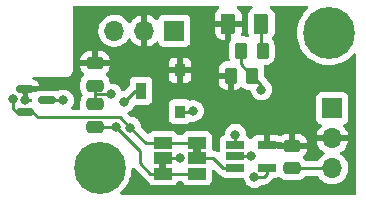
<source format=gbr>
%TF.GenerationSoftware,KiCad,Pcbnew,(6.0.8-1)-1*%
%TF.CreationDate,2022-12-20T12:21:06-06:00*%
%TF.ProjectId,HallEffectSensor,48616c6c-4566-4666-9563-7453656e736f,rev?*%
%TF.SameCoordinates,Original*%
%TF.FileFunction,Copper,L1,Top*%
%TF.FilePolarity,Positive*%
%FSLAX46Y46*%
G04 Gerber Fmt 4.6, Leading zero omitted, Abs format (unit mm)*
G04 Created by KiCad (PCBNEW (6.0.8-1)-1) date 2022-12-20 12:21:06*
%MOMM*%
%LPD*%
G01*
G04 APERTURE LIST*
G04 Aperture macros list*
%AMRoundRect*
0 Rectangle with rounded corners*
0 $1 Rounding radius*
0 $2 $3 $4 $5 $6 $7 $8 $9 X,Y pos of 4 corners*
0 Add a 4 corners polygon primitive as box body*
4,1,4,$2,$3,$4,$5,$6,$7,$8,$9,$2,$3,0*
0 Add four circle primitives for the rounded corners*
1,1,$1+$1,$2,$3*
1,1,$1+$1,$4,$5*
1,1,$1+$1,$6,$7*
1,1,$1+$1,$8,$9*
0 Add four rect primitives between the rounded corners*
20,1,$1+$1,$2,$3,$4,$5,0*
20,1,$1+$1,$4,$5,$6,$7,0*
20,1,$1+$1,$6,$7,$8,$9,0*
20,1,$1+$1,$8,$9,$2,$3,0*%
G04 Aperture macros list end*
%TA.AperFunction,SMDPad,CuDef*%
%ADD10RoundRect,0.250000X-0.475000X0.250000X-0.475000X-0.250000X0.475000X-0.250000X0.475000X0.250000X0*%
%TD*%
%TA.AperFunction,SMDPad,CuDef*%
%ADD11RoundRect,0.250000X0.375000X0.625000X-0.375000X0.625000X-0.375000X-0.625000X0.375000X-0.625000X0*%
%TD*%
%TA.AperFunction,SMDPad,CuDef*%
%ADD12R,1.500000X1.000000*%
%TD*%
%TA.AperFunction,SMDPad,CuDef*%
%ADD13RoundRect,0.250000X-0.262500X-0.450000X0.262500X-0.450000X0.262500X0.450000X-0.262500X0.450000X0*%
%TD*%
%TA.AperFunction,SMDPad,CuDef*%
%ADD14RoundRect,0.250000X0.262500X0.450000X-0.262500X0.450000X-0.262500X-0.450000X0.262500X-0.450000X0*%
%TD*%
%TA.AperFunction,SMDPad,CuDef*%
%ADD15R,0.900000X1.100000*%
%TD*%
%TA.AperFunction,SMDPad,CuDef*%
%ADD16R,0.900000X1.400000*%
%TD*%
%TA.AperFunction,SMDPad,CuDef*%
%ADD17R,1.560000X0.650000*%
%TD*%
%TA.AperFunction,ComponentPad*%
%ADD18R,1.700000X1.700000*%
%TD*%
%TA.AperFunction,ComponentPad*%
%ADD19O,1.700000X1.700000*%
%TD*%
%TA.AperFunction,SMDPad,CuDef*%
%ADD20RoundRect,0.250000X0.475000X-0.250000X0.475000X0.250000X-0.475000X0.250000X-0.475000X-0.250000X0*%
%TD*%
%TA.AperFunction,ComponentPad*%
%ADD21C,4.400000*%
%TD*%
%TA.AperFunction,SMDPad,CuDef*%
%ADD22RoundRect,0.150000X-0.587500X-0.150000X0.587500X-0.150000X0.587500X0.150000X-0.587500X0.150000X0*%
%TD*%
%TA.AperFunction,ViaPad*%
%ADD23C,0.800000*%
%TD*%
%TA.AperFunction,Conductor*%
%ADD24C,0.250000*%
%TD*%
G04 APERTURE END LIST*
%TO.C,JP1*%
G36*
X147042500Y-98900000D02*
G01*
X146442500Y-98900000D01*
X146442500Y-98400000D01*
X147042500Y-98400000D01*
X147042500Y-98900000D01*
G37*
%TO.C,JP2*%
G36*
X144142500Y-100200000D02*
G01*
X143542500Y-100200000D01*
X143542500Y-99700000D01*
X144142500Y-99700000D01*
X144142500Y-100200000D01*
G37*
%TD*%
D10*
%TO.P,C3,1*%
%TO.N,+3V3*%
X154800000Y-98250000D03*
%TO.P,C3,2*%
%TO.N,GND*%
X154800000Y-100150000D03*
%TD*%
D11*
%TO.P,D1,1,K*%
%TO.N,Net-(D1-Pad1)*%
X152187500Y-87900000D03*
%TO.P,D1,2,A*%
%TO.N,+3V3*%
X149387500Y-87900000D03*
%TD*%
D12*
%TO.P,JP1,1,A*%
%TO.N,Net-(J2-Pad1)*%
X146742500Y-98000000D03*
%TO.P,JP1,2,C*%
%TO.N,Net-(JP1-Pad2)*%
X146742500Y-99300000D03*
%TO.P,JP1,3,B*%
%TO.N,Net-(C2-Pad1)*%
X146742500Y-100600000D03*
%TD*%
D13*
%TO.P,R2,1*%
%TO.N,+3V3*%
X149587500Y-92300000D03*
%TO.P,R2,2*%
%TO.N,Net-(J1-Pad1)*%
X151412500Y-92300000D03*
%TD*%
D14*
%TO.P,R1,1*%
%TO.N,Net-(D1-Pad1)*%
X152287500Y-90200000D03*
%TO.P,R1,2*%
%TO.N,Net-(J1-Pad1)*%
X150462500Y-90200000D03*
%TD*%
D10*
%TO.P,C1,1*%
%TO.N,+3V3*%
X138100000Y-91250000D03*
%TO.P,C1,2*%
%TO.N,GND*%
X138100000Y-93150000D03*
%TD*%
D15*
%TO.P,RV1,1,1*%
%TO.N,+3V3*%
X145300000Y-91850000D03*
D16*
%TO.P,RV1,2,2*%
%TO.N,Net-(C2-Pad1)*%
X142000000Y-93600000D03*
D15*
%TO.P,RV1,3,3*%
%TO.N,GND*%
X145300000Y-95350000D03*
%TD*%
D17*
%TO.P,U2,1*%
%TO.N,Net-(J1-Pad1)*%
X149950000Y-98200000D03*
%TO.P,U2,2,V-*%
%TO.N,GND*%
X149950000Y-99150000D03*
%TO.P,U2,3,+*%
%TO.N,Net-(JP1-Pad2)*%
X149950000Y-100100000D03*
%TO.P,U2,4,-*%
%TO.N,Net-(JP2-Pad2)*%
X152650000Y-100100000D03*
%TO.P,U2,5,V+*%
%TO.N,+3V3*%
X152650000Y-98200000D03*
%TD*%
D18*
%TO.P,J1,1,Pin_1*%
%TO.N,Net-(J1-Pad1)*%
X158200000Y-95075000D03*
D19*
%TO.P,J1,2,Pin_2*%
%TO.N,+3V3*%
X158200000Y-97615000D03*
%TO.P,J1,3,Pin_3*%
%TO.N,GND*%
X158200000Y-100155000D03*
%TD*%
D20*
%TO.P,C2,1*%
%TO.N,Net-(C2-Pad1)*%
X138100000Y-96650000D03*
%TO.P,C2,2*%
%TO.N,GND*%
X138100000Y-94750000D03*
%TD*%
D21*
%TO.P,H1,1,1*%
%TO.N,unconnected-(H1-Pad1)*%
X157900000Y-88700000D03*
%TD*%
D22*
%TO.P,U1,1,VCC*%
%TO.N,+3V3*%
X132162500Y-93450000D03*
%TO.P,U1,2,OUTPUT*%
%TO.N,Net-(J2-Pad1)*%
X132162500Y-95350000D03*
%TO.P,U1,3,GND*%
%TO.N,GND*%
X134037500Y-94400000D03*
%TD*%
D12*
%TO.P,JP2,1,A*%
%TO.N,Net-(C2-Pad1)*%
X143842500Y-100600000D03*
%TO.P,JP2,2,C*%
%TO.N,Net-(JP2-Pad2)*%
X143842500Y-99300000D03*
%TO.P,JP2,3,B*%
%TO.N,Net-(J2-Pad1)*%
X143842500Y-98000000D03*
%TD*%
D18*
%TO.P,J2,1,Pin_1*%
%TO.N,Net-(J2-Pad1)*%
X144825000Y-88500000D03*
D19*
%TO.P,J2,2,Pin_2*%
%TO.N,+3V3*%
X142285000Y-88500000D03*
%TO.P,J2,3,Pin_3*%
%TO.N,GND*%
X139745000Y-88500000D03*
%TD*%
D21*
%TO.P,H2,1,1*%
%TO.N,unconnected-(H2-Pad1)*%
X138500000Y-100100000D03*
%TD*%
D23*
%TO.N,+3V3*%
X132200000Y-94400000D03*
%TO.N,GND*%
X146400000Y-95300000D03*
X151300000Y-99100000D03*
X135400000Y-94400000D03*
X139500000Y-93900000D03*
%TO.N,Net-(C2-Pad1)*%
X139850000Y-96650000D03*
X140600000Y-94500000D03*
%TO.N,Net-(J1-Pad1)*%
X152200000Y-93500000D03*
X150000000Y-97300000D03*
%TO.N,Net-(J2-Pad1)*%
X141100000Y-96700000D03*
X131200000Y-94300000D03*
%TO.N,Net-(JP2-Pad2)*%
X145300000Y-99300000D03*
X151600000Y-100900000D03*
%TD*%
D24*
%TO.N,GND*%
X138100000Y-93900000D02*
X139500000Y-93900000D01*
X134037500Y-94400000D02*
X135400000Y-94400000D01*
X138100000Y-93900000D02*
X138100000Y-94750000D01*
X151250000Y-99150000D02*
X151300000Y-99100000D01*
X154800000Y-100150000D02*
X154805000Y-100155000D01*
X146350000Y-95350000D02*
X146400000Y-95300000D01*
X154805000Y-100155000D02*
X158200000Y-100155000D01*
X149950000Y-99150000D02*
X151250000Y-99150000D01*
X145300000Y-95350000D02*
X146350000Y-95350000D01*
X138100000Y-93150000D02*
X138100000Y-93900000D01*
%TO.N,Net-(C2-Pad1)*%
X138100000Y-96650000D02*
X139850000Y-96650000D01*
X141900000Y-98700000D02*
X141900000Y-99700000D01*
X141900000Y-99700000D02*
X142800000Y-100600000D01*
X139850000Y-96650000D02*
X141900000Y-98700000D01*
X142800000Y-100600000D02*
X143842500Y-100600000D01*
X140600000Y-94500000D02*
X141500000Y-93600000D01*
X141500000Y-93600000D02*
X142000000Y-93600000D01*
X143842500Y-100600000D02*
X146742500Y-100600000D01*
%TO.N,Net-(D1-Pad1)*%
X152187500Y-90100000D02*
X152287500Y-90200000D01*
X152187500Y-87900000D02*
X152187500Y-90100000D01*
%TO.N,Net-(J1-Pad1)*%
X152200000Y-93500000D02*
X152200000Y-93087500D01*
X150462500Y-91350000D02*
X151412500Y-92300000D01*
X150462500Y-90200000D02*
X150462500Y-91350000D01*
X149950000Y-98200000D02*
X149950000Y-97350000D01*
X149950000Y-97350000D02*
X150000000Y-97300000D01*
X152200000Y-93087500D02*
X151412500Y-92300000D01*
%TO.N,Net-(J2-Pad1)*%
X131200000Y-95100000D02*
X131400000Y-95300000D01*
X131200000Y-94300000D02*
X131200000Y-95100000D01*
X143842500Y-98000000D02*
X146742500Y-98000000D01*
X141100000Y-96700000D02*
X142400000Y-98000000D01*
X140225000Y-95825000D02*
X141100000Y-96700000D01*
X142400000Y-98000000D02*
X143842500Y-98000000D01*
X132800000Y-95350000D02*
X133275000Y-95825000D01*
X133275000Y-95825000D02*
X140225000Y-95825000D01*
X132162500Y-95350000D02*
X132800000Y-95350000D01*
%TO.N,Net-(JP1-Pad2)*%
X146742500Y-99300000D02*
X148100000Y-99300000D01*
X148900000Y-100100000D02*
X149950000Y-100100000D01*
X148100000Y-99300000D02*
X148900000Y-100100000D01*
%TO.N,Net-(JP2-Pad2)*%
X151600000Y-100900000D02*
X152400000Y-100900000D01*
X152700000Y-100600000D02*
X152700000Y-100150000D01*
X143842500Y-99300000D02*
X145300000Y-99300000D01*
X152400000Y-100900000D02*
X152700000Y-100600000D01*
X152700000Y-100150000D02*
X152650000Y-100100000D01*
%TD*%
%TA.AperFunction,Conductor*%
%TO.N,+3V3*%
G36*
X148597283Y-86428502D02*
G01*
X148643776Y-86482158D01*
X148653880Y-86552432D01*
X148624386Y-86617012D01*
X148595465Y-86641644D01*
X148544693Y-86673063D01*
X148533292Y-86682099D01*
X148418761Y-86796829D01*
X148409749Y-86808240D01*
X148324684Y-86946243D01*
X148318537Y-86959424D01*
X148267362Y-87113710D01*
X148264495Y-87127086D01*
X148254828Y-87221438D01*
X148254500Y-87227855D01*
X148254500Y-87627885D01*
X148258975Y-87643124D01*
X148260365Y-87644329D01*
X148268048Y-87646000D01*
X150502384Y-87646000D01*
X150517623Y-87641525D01*
X150518828Y-87640135D01*
X150520499Y-87632452D01*
X150520499Y-87227905D01*
X150520162Y-87221386D01*
X150510243Y-87125794D01*
X150507351Y-87112400D01*
X150455912Y-86958216D01*
X150449739Y-86945038D01*
X150364437Y-86807193D01*
X150355401Y-86795792D01*
X150240671Y-86681261D01*
X150229260Y-86672249D01*
X150179797Y-86641760D01*
X150132304Y-86588988D01*
X150120880Y-86518917D01*
X150149154Y-86453793D01*
X150208148Y-86414293D01*
X150245913Y-86408500D01*
X151328211Y-86408500D01*
X151396332Y-86428502D01*
X151442825Y-86482158D01*
X151452929Y-86552432D01*
X151423435Y-86617012D01*
X151394514Y-86641644D01*
X151338152Y-86676522D01*
X151213195Y-86801697D01*
X151209355Y-86807927D01*
X151209354Y-86807928D01*
X151147325Y-86908558D01*
X151120385Y-86952262D01*
X151064703Y-87120139D01*
X151064003Y-87126975D01*
X151064002Y-87126978D01*
X151062279Y-87143800D01*
X151054000Y-87224600D01*
X151054000Y-88575400D01*
X151054337Y-88578646D01*
X151054337Y-88578650D01*
X151064252Y-88674206D01*
X151064974Y-88681166D01*
X151067155Y-88687702D01*
X151067155Y-88687704D01*
X151118561Y-88841784D01*
X151120950Y-88848946D01*
X151124803Y-88855172D01*
X151127148Y-88860178D01*
X151137933Y-88930350D01*
X151109067Y-88995214D01*
X151049716Y-89034175D01*
X150973381Y-89033222D01*
X150879861Y-89002203D01*
X150873025Y-89001503D01*
X150873022Y-89001502D01*
X150829969Y-88997091D01*
X150775400Y-88991500D01*
X150580946Y-88991500D01*
X150512825Y-88971498D01*
X150466332Y-88917842D01*
X150456228Y-88847568D01*
X150461353Y-88825832D01*
X150507638Y-88686290D01*
X150510505Y-88672914D01*
X150520172Y-88578562D01*
X150520500Y-88572146D01*
X150520500Y-88172115D01*
X150516025Y-88156876D01*
X150514635Y-88155671D01*
X150506952Y-88154000D01*
X149659615Y-88154000D01*
X149644376Y-88158475D01*
X149643171Y-88159865D01*
X149641500Y-88167548D01*
X149641500Y-89183694D01*
X149621498Y-89251815D01*
X149610317Y-89265702D01*
X149610404Y-89265771D01*
X149605866Y-89271517D01*
X149600695Y-89276697D01*
X149596855Y-89282927D01*
X149596854Y-89282928D01*
X149522177Y-89404077D01*
X149507885Y-89427262D01*
X149452203Y-89595139D01*
X149451503Y-89601975D01*
X149451502Y-89601978D01*
X149449733Y-89619242D01*
X149441500Y-89699600D01*
X149441500Y-90700400D01*
X149441837Y-90703646D01*
X149441837Y-90703650D01*
X149451616Y-90797895D01*
X149452474Y-90806166D01*
X149454657Y-90812708D01*
X149454657Y-90812710D01*
X149492495Y-90926124D01*
X149495080Y-90997074D01*
X149458897Y-91058158D01*
X149395433Y-91089983D01*
X149372972Y-91092001D01*
X149277905Y-91092001D01*
X149271386Y-91092338D01*
X149175794Y-91102257D01*
X149162400Y-91105149D01*
X149008216Y-91156588D01*
X148995038Y-91162761D01*
X148857193Y-91248063D01*
X148845792Y-91257099D01*
X148731261Y-91371829D01*
X148722249Y-91383240D01*
X148637184Y-91521243D01*
X148631037Y-91534424D01*
X148579862Y-91688710D01*
X148576995Y-91702086D01*
X148567328Y-91796438D01*
X148567000Y-91802855D01*
X148567000Y-92027885D01*
X148571475Y-92043124D01*
X148572865Y-92044329D01*
X148580548Y-92046000D01*
X149715500Y-92046000D01*
X149783621Y-92066002D01*
X149830114Y-92119658D01*
X149841500Y-92172000D01*
X149841500Y-93489884D01*
X149845975Y-93505123D01*
X149847365Y-93506328D01*
X149855048Y-93507999D01*
X149897095Y-93507999D01*
X149903614Y-93507662D01*
X149999206Y-93497743D01*
X150012600Y-93494851D01*
X150166784Y-93443412D01*
X150179962Y-93437239D01*
X150317807Y-93351937D01*
X150329208Y-93342901D01*
X150410430Y-93261538D01*
X150472713Y-93227459D01*
X150543533Y-93232462D01*
X150588620Y-93261383D01*
X150671512Y-93344130D01*
X150671517Y-93344134D01*
X150676697Y-93349305D01*
X150682927Y-93353145D01*
X150682928Y-93353146D01*
X150820288Y-93437816D01*
X150827262Y-93442115D01*
X150907005Y-93468564D01*
X150988611Y-93495632D01*
X150988613Y-93495632D01*
X150995139Y-93497797D01*
X151001975Y-93498497D01*
X151001978Y-93498498D01*
X151045031Y-93502909D01*
X151099600Y-93508500D01*
X151173938Y-93508500D01*
X151242059Y-93528502D01*
X151288552Y-93582158D01*
X151299248Y-93621328D01*
X151306458Y-93689928D01*
X151308498Y-93696205D01*
X151308498Y-93696207D01*
X151317287Y-93723255D01*
X151365473Y-93871556D01*
X151460960Y-94036944D01*
X151465378Y-94041851D01*
X151465379Y-94041852D01*
X151584325Y-94173955D01*
X151588747Y-94178866D01*
X151743248Y-94291118D01*
X151749276Y-94293802D01*
X151749278Y-94293803D01*
X151897749Y-94359906D01*
X151917712Y-94368794D01*
X152011113Y-94388647D01*
X152098056Y-94407128D01*
X152098061Y-94407128D01*
X152104513Y-94408500D01*
X152295487Y-94408500D01*
X152301939Y-94407128D01*
X152301944Y-94407128D01*
X152388887Y-94388647D01*
X152482288Y-94368794D01*
X152502251Y-94359906D01*
X152650722Y-94293803D01*
X152650724Y-94293802D01*
X152656752Y-94291118D01*
X152811253Y-94178866D01*
X152815675Y-94173955D01*
X152934621Y-94041852D01*
X152934622Y-94041851D01*
X152939040Y-94036944D01*
X153034527Y-93871556D01*
X153093542Y-93689928D01*
X153113504Y-93500000D01*
X153112441Y-93489884D01*
X153094232Y-93316635D01*
X153094232Y-93316633D01*
X153093542Y-93310072D01*
X153034527Y-93128444D01*
X152939040Y-92963056D01*
X152811253Y-92821134D01*
X152781368Y-92799421D01*
X152753495Y-92771546D01*
X152733572Y-92744124D01*
X152727057Y-92734207D01*
X152708575Y-92702957D01*
X152704542Y-92696137D01*
X152690218Y-92681813D01*
X152677376Y-92666778D01*
X152673689Y-92661703D01*
X152665472Y-92650393D01*
X152631406Y-92622211D01*
X152622627Y-92614222D01*
X152470405Y-92462000D01*
X152436379Y-92399688D01*
X152433500Y-92372905D01*
X152433500Y-91799600D01*
X152429671Y-91762697D01*
X152423238Y-91700692D01*
X152423237Y-91700688D01*
X152422526Y-91693834D01*
X152419417Y-91684515D01*
X152382672Y-91574376D01*
X152380088Y-91503426D01*
X152416272Y-91442342D01*
X152479736Y-91410518D01*
X152502196Y-91408500D01*
X152600400Y-91408500D01*
X152603646Y-91408163D01*
X152603650Y-91408163D01*
X152699308Y-91398238D01*
X152699312Y-91398237D01*
X152706166Y-91397526D01*
X152712702Y-91395345D01*
X152712704Y-91395345D01*
X152866998Y-91343868D01*
X152873946Y-91341550D01*
X153024348Y-91248478D01*
X153149305Y-91123303D01*
X153229549Y-90993124D01*
X153238275Y-90978968D01*
X153238276Y-90978966D01*
X153242115Y-90972738D01*
X153286570Y-90838710D01*
X153295632Y-90811389D01*
X153295632Y-90811387D01*
X153297797Y-90804861D01*
X153298944Y-90793672D01*
X153302909Y-90754969D01*
X153308500Y-90700400D01*
X153308500Y-89699600D01*
X153301899Y-89635981D01*
X153298238Y-89600692D01*
X153298237Y-89600688D01*
X153297526Y-89593834D01*
X153256101Y-89469667D01*
X153243868Y-89433002D01*
X153241550Y-89426054D01*
X153148478Y-89275652D01*
X153143296Y-89270479D01*
X153143292Y-89270474D01*
X153105652Y-89232899D01*
X153071573Y-89170617D01*
X153076576Y-89099797D01*
X153105497Y-89054709D01*
X153156634Y-89003483D01*
X153161805Y-88998303D01*
X153165796Y-88991828D01*
X153250775Y-88853968D01*
X153250776Y-88853966D01*
X153254615Y-88847738D01*
X153310297Y-88679861D01*
X153321000Y-88575400D01*
X153321000Y-87224600D01*
X153316766Y-87183795D01*
X153310738Y-87125692D01*
X153310737Y-87125688D01*
X153310026Y-87118834D01*
X153254050Y-86951054D01*
X153160978Y-86800652D01*
X153035803Y-86675695D01*
X152980749Y-86641759D01*
X152933257Y-86588988D01*
X152921833Y-86518916D01*
X152950107Y-86453793D01*
X153009101Y-86414293D01*
X153046866Y-86408500D01*
X156066474Y-86408500D01*
X156134595Y-86428502D01*
X156181088Y-86482158D01*
X156191192Y-86552432D01*
X156161698Y-86617012D01*
X156143440Y-86634261D01*
X156133720Y-86641760D01*
X156116244Y-86655243D01*
X156089814Y-86681261D01*
X155900618Y-86867509D01*
X155883513Y-86884347D01*
X155881149Y-86887314D01*
X155881146Y-86887317D01*
X155823858Y-86959209D01*
X155679991Y-87139751D01*
X155508626Y-87417757D01*
X155507037Y-87421204D01*
X155391135Y-87672617D01*
X155371902Y-87714336D01*
X155271797Y-88025192D01*
X155271079Y-88028903D01*
X155271078Y-88028907D01*
X155210482Y-88342105D01*
X155210481Y-88342114D01*
X155209763Y-88345824D01*
X155209496Y-88349600D01*
X155209495Y-88349605D01*
X155193278Y-88578650D01*
X155186698Y-88671585D01*
X155187601Y-88689715D01*
X155202641Y-88991828D01*
X155202936Y-88997759D01*
X155203577Y-89001490D01*
X155203578Y-89001498D01*
X155256415Y-89308990D01*
X155258241Y-89319619D01*
X155259329Y-89323258D01*
X155259330Y-89323261D01*
X155342685Y-89601978D01*
X155351814Y-89632504D01*
X155353327Y-89635975D01*
X155353329Y-89635981D01*
X155422737Y-89795229D01*
X155482297Y-89931881D01*
X155647802Y-90213414D01*
X155650103Y-90216429D01*
X155843631Y-90470012D01*
X155843636Y-90470017D01*
X155845931Y-90473025D01*
X155848575Y-90475739D01*
X156070546Y-90703598D01*
X156073814Y-90706953D01*
X156179404Y-90792001D01*
X156325196Y-90909431D01*
X156325201Y-90909435D01*
X156328149Y-90911809D01*
X156605253Y-91084627D01*
X156901112Y-91222903D01*
X157211440Y-91324634D01*
X157531742Y-91388346D01*
X157535514Y-91388633D01*
X157535522Y-91388634D01*
X157853602Y-91412829D01*
X157853607Y-91412829D01*
X157857379Y-91413116D01*
X158183633Y-91398586D01*
X158243425Y-91388634D01*
X158502037Y-91345590D01*
X158502042Y-91345589D01*
X158505778Y-91344967D01*
X158819149Y-91253034D01*
X158822616Y-91251544D01*
X158822620Y-91251543D01*
X159115721Y-91125616D01*
X159115723Y-91125615D01*
X159119205Y-91124119D01*
X159401601Y-90960091D01*
X159662245Y-90763324D01*
X159897363Y-90536670D01*
X159967790Y-90450164D01*
X160026307Y-90409967D01*
X160097270Y-90407787D01*
X160158146Y-90444319D01*
X160189608Y-90507964D01*
X160191500Y-90529716D01*
X160191500Y-102265500D01*
X160171498Y-102333621D01*
X160117842Y-102380114D01*
X160065500Y-102391500D01*
X140336024Y-102391500D01*
X140267903Y-102371498D01*
X140221410Y-102317842D01*
X140211306Y-102247568D01*
X140240800Y-102182988D01*
X140256516Y-102168296D01*
X140256329Y-102168077D01*
X140259219Y-102165608D01*
X140262245Y-102163324D01*
X140497363Y-101936670D01*
X140634036Y-101768794D01*
X140701155Y-101686351D01*
X140701158Y-101686347D01*
X140703549Y-101683410D01*
X140750814Y-101608500D01*
X140875788Y-101410428D01*
X140875790Y-101410425D01*
X140877815Y-101407215D01*
X140888654Y-101384338D01*
X140976379Y-101199171D01*
X141017638Y-101112084D01*
X141022535Y-101097407D01*
X141119790Y-100805897D01*
X141119792Y-100805891D01*
X141120992Y-100802293D01*
X141186381Y-100482329D01*
X141189172Y-100448023D01*
X141209087Y-100203168D01*
X141234545Y-100136893D01*
X141291794Y-100094903D01*
X141362655Y-100090530D01*
X141426524Y-100127132D01*
X141429868Y-100130693D01*
X141434528Y-100137107D01*
X141468605Y-100165298D01*
X141477384Y-100173288D01*
X142296343Y-100992247D01*
X142303887Y-101000537D01*
X142308000Y-101007018D01*
X142313777Y-101012443D01*
X142357667Y-101053658D01*
X142360509Y-101056413D01*
X142380230Y-101076134D01*
X142383425Y-101078612D01*
X142392447Y-101086318D01*
X142424679Y-101116586D01*
X142431628Y-101120406D01*
X142442432Y-101126346D01*
X142458956Y-101137199D01*
X142474959Y-101149613D01*
X142515543Y-101167176D01*
X142526181Y-101172387D01*
X142548709Y-101184772D01*
X142598768Y-101235117D01*
X142605991Y-101250958D01*
X142634938Y-101328173D01*
X142641885Y-101346705D01*
X142729239Y-101463261D01*
X142845795Y-101550615D01*
X142982184Y-101601745D01*
X143044366Y-101608500D01*
X144640634Y-101608500D01*
X144702816Y-101601745D01*
X144839205Y-101550615D01*
X144955761Y-101463261D01*
X145043115Y-101346705D01*
X145046269Y-101338293D01*
X145054901Y-101315269D01*
X145097543Y-101258505D01*
X145164105Y-101233806D01*
X145172882Y-101233500D01*
X145412118Y-101233500D01*
X145480239Y-101253502D01*
X145526732Y-101307158D01*
X145530099Y-101315269D01*
X145538731Y-101338293D01*
X145541885Y-101346705D01*
X145629239Y-101463261D01*
X145745795Y-101550615D01*
X145882184Y-101601745D01*
X145944366Y-101608500D01*
X147540634Y-101608500D01*
X147602816Y-101601745D01*
X147739205Y-101550615D01*
X147855761Y-101463261D01*
X147943115Y-101346705D01*
X147994245Y-101210316D01*
X148001000Y-101148134D01*
X148001000Y-100401096D01*
X148021002Y-100332975D01*
X148074658Y-100286482D01*
X148144932Y-100276378D01*
X148209512Y-100305872D01*
X148216095Y-100312001D01*
X148396352Y-100492258D01*
X148403887Y-100500538D01*
X148408000Y-100507018D01*
X148457651Y-100553643D01*
X148460493Y-100556398D01*
X148480230Y-100576135D01*
X148483427Y-100578615D01*
X148492447Y-100586318D01*
X148524679Y-100616586D01*
X148531625Y-100620405D01*
X148531628Y-100620407D01*
X148542434Y-100626348D01*
X148558953Y-100637199D01*
X148574959Y-100649614D01*
X148582228Y-100652759D01*
X148582232Y-100652762D01*
X148615537Y-100667174D01*
X148626187Y-100672391D01*
X148664940Y-100693695D01*
X148672615Y-100695666D01*
X148672616Y-100695666D01*
X148684562Y-100698733D01*
X148703267Y-100705137D01*
X148718696Y-100711814D01*
X148721855Y-100713181D01*
X148721635Y-100713690D01*
X148776849Y-100748949D01*
X148782682Y-100756162D01*
X148806739Y-100788261D01*
X148923295Y-100875615D01*
X149059684Y-100926745D01*
X149121866Y-100933500D01*
X150576566Y-100933500D01*
X150644687Y-100953502D01*
X150691180Y-101007158D01*
X150701876Y-101046328D01*
X150706458Y-101089928D01*
X150765473Y-101271556D01*
X150860960Y-101436944D01*
X150865378Y-101441851D01*
X150865379Y-101441852D01*
X150947452Y-101533003D01*
X150988747Y-101578866D01*
X151143248Y-101691118D01*
X151149276Y-101693802D01*
X151149278Y-101693803D01*
X151311681Y-101766109D01*
X151317712Y-101768794D01*
X151411112Y-101788647D01*
X151498056Y-101807128D01*
X151498061Y-101807128D01*
X151504513Y-101808500D01*
X151695487Y-101808500D01*
X151701939Y-101807128D01*
X151701944Y-101807128D01*
X151788888Y-101788647D01*
X151882288Y-101768794D01*
X151888319Y-101766109D01*
X152050722Y-101693803D01*
X152050724Y-101693802D01*
X152056752Y-101691118D01*
X152170466Y-101608500D01*
X152189671Y-101594546D01*
X152211253Y-101578866D01*
X152215668Y-101573963D01*
X152220580Y-101569540D01*
X152221705Y-101570789D01*
X152275014Y-101537949D01*
X152308200Y-101533500D01*
X152321233Y-101533500D01*
X152332416Y-101534027D01*
X152339909Y-101535702D01*
X152347835Y-101535453D01*
X152347836Y-101535453D01*
X152407986Y-101533562D01*
X152411945Y-101533500D01*
X152439856Y-101533500D01*
X152443791Y-101533003D01*
X152443856Y-101532995D01*
X152455693Y-101532062D01*
X152487951Y-101531048D01*
X152491970Y-101530922D01*
X152499889Y-101530673D01*
X152519343Y-101525021D01*
X152538700Y-101521013D01*
X152550930Y-101519468D01*
X152550931Y-101519468D01*
X152558797Y-101518474D01*
X152566168Y-101515555D01*
X152566170Y-101515555D01*
X152599912Y-101502196D01*
X152611142Y-101498351D01*
X152645983Y-101488229D01*
X152645984Y-101488229D01*
X152653593Y-101486018D01*
X152660412Y-101481985D01*
X152660417Y-101481983D01*
X152671028Y-101475707D01*
X152688776Y-101467012D01*
X152707617Y-101459552D01*
X152743387Y-101433564D01*
X152753307Y-101427048D01*
X152781409Y-101410428D01*
X152791362Y-101404542D01*
X152796969Y-101398936D01*
X152805685Y-101390220D01*
X152820719Y-101377379D01*
X152830695Y-101370131D01*
X152830696Y-101370130D01*
X152837107Y-101365472D01*
X152865288Y-101331407D01*
X152873278Y-101322626D01*
X153092258Y-101103647D01*
X153100537Y-101096113D01*
X153107018Y-101092000D01*
X153153645Y-101042347D01*
X153156399Y-101039506D01*
X153176135Y-101019770D01*
X153178615Y-101016573D01*
X153186320Y-101007551D01*
X153192448Y-101001026D01*
X153216586Y-100975321D01*
X153218633Y-100977243D01*
X153264235Y-100942083D01*
X153309943Y-100933500D01*
X153478134Y-100933500D01*
X153540316Y-100926745D01*
X153547712Y-100923973D01*
X153547718Y-100923971D01*
X153637956Y-100890142D01*
X153708763Y-100884959D01*
X153771203Y-100918951D01*
X153851697Y-100999305D01*
X153857927Y-101003145D01*
X153857928Y-101003146D01*
X153995090Y-101087694D01*
X154002262Y-101092115D01*
X154059675Y-101111158D01*
X154163611Y-101145632D01*
X154163613Y-101145632D01*
X154170139Y-101147797D01*
X154176975Y-101148497D01*
X154176978Y-101148498D01*
X154220031Y-101152909D01*
X154274600Y-101158500D01*
X155325400Y-101158500D01*
X155328646Y-101158163D01*
X155328650Y-101158163D01*
X155424308Y-101148238D01*
X155424312Y-101148237D01*
X155431166Y-101147526D01*
X155437702Y-101145345D01*
X155437704Y-101145345D01*
X155586630Y-101095659D01*
X155598946Y-101091550D01*
X155749348Y-100998478D01*
X155874305Y-100873303D01*
X155889666Y-100848383D01*
X155942438Y-100800891D01*
X155996925Y-100788500D01*
X156924274Y-100788500D01*
X156992395Y-100808502D01*
X157031707Y-100848665D01*
X157099987Y-100960088D01*
X157246250Y-101128938D01*
X157418126Y-101271632D01*
X157611000Y-101384338D01*
X157615825Y-101386180D01*
X157615826Y-101386181D01*
X157663909Y-101404542D01*
X157819692Y-101464030D01*
X157824760Y-101465061D01*
X157824763Y-101465062D01*
X157907933Y-101481983D01*
X158038597Y-101508567D01*
X158043772Y-101508757D01*
X158043774Y-101508757D01*
X158256673Y-101516564D01*
X158256677Y-101516564D01*
X158261837Y-101516753D01*
X158266957Y-101516097D01*
X158266959Y-101516097D01*
X158478288Y-101489025D01*
X158478289Y-101489025D01*
X158483416Y-101488368D01*
X158491249Y-101486018D01*
X158692429Y-101425661D01*
X158692434Y-101425659D01*
X158697384Y-101424174D01*
X158897994Y-101325896D01*
X159079860Y-101196173D01*
X159139041Y-101137199D01*
X159188719Y-101087694D01*
X159238096Y-101038489D01*
X159253839Y-101016581D01*
X159365435Y-100861277D01*
X159368453Y-100857077D01*
X159372096Y-100849707D01*
X159465136Y-100661453D01*
X159465137Y-100661451D01*
X159467430Y-100656811D01*
X159532370Y-100443069D01*
X159561529Y-100221590D01*
X159562812Y-100169077D01*
X159563074Y-100158365D01*
X159563074Y-100158361D01*
X159563156Y-100155000D01*
X159544852Y-99932361D01*
X159490431Y-99715702D01*
X159401354Y-99510840D01*
X159353970Y-99437595D01*
X159282822Y-99327617D01*
X159282820Y-99327614D01*
X159280014Y-99323277D01*
X159129670Y-99158051D01*
X159125619Y-99154852D01*
X159125615Y-99154848D01*
X158958414Y-99022800D01*
X158958410Y-99022798D01*
X158954359Y-99019598D01*
X158912569Y-98996529D01*
X158862598Y-98946097D01*
X158847826Y-98876654D01*
X158872942Y-98810248D01*
X158900294Y-98783641D01*
X159075328Y-98658792D01*
X159083200Y-98652139D01*
X159234052Y-98501812D01*
X159240730Y-98493965D01*
X159365003Y-98321020D01*
X159370313Y-98312183D01*
X159464670Y-98121267D01*
X159468469Y-98111672D01*
X159530377Y-97907910D01*
X159532555Y-97897837D01*
X159533986Y-97886962D01*
X159531775Y-97872778D01*
X159518617Y-97869000D01*
X156883225Y-97869000D01*
X156869694Y-97872973D01*
X156868257Y-97882966D01*
X156898565Y-98017446D01*
X156901645Y-98027275D01*
X156981770Y-98224603D01*
X156986413Y-98233794D01*
X157097694Y-98415388D01*
X157103777Y-98423699D01*
X157243213Y-98584667D01*
X157250580Y-98591883D01*
X157414434Y-98727916D01*
X157422881Y-98733831D01*
X157491969Y-98774203D01*
X157540693Y-98825842D01*
X157553764Y-98895625D01*
X157527033Y-98961396D01*
X157486584Y-98994752D01*
X157473607Y-99001507D01*
X157469474Y-99004610D01*
X157469471Y-99004612D01*
X157299100Y-99132530D01*
X157294965Y-99135635D01*
X157291393Y-99139373D01*
X157146451Y-99291046D01*
X157140629Y-99297138D01*
X157137715Y-99301410D01*
X157137714Y-99301411D01*
X157025095Y-99466504D01*
X156970184Y-99511507D01*
X156921007Y-99521500D01*
X156002993Y-99521500D01*
X155934872Y-99501498D01*
X155895849Y-99461803D01*
X155877332Y-99431880D01*
X155873478Y-99425652D01*
X155748303Y-99300695D01*
X155743765Y-99297898D01*
X155703176Y-99240647D01*
X155699946Y-99169724D01*
X155735572Y-99108313D01*
X155744068Y-99100938D01*
X155754207Y-99092902D01*
X155868739Y-98978171D01*
X155877751Y-98966760D01*
X155962816Y-98828757D01*
X155968963Y-98815576D01*
X156020138Y-98661290D01*
X156023005Y-98647914D01*
X156032672Y-98553562D01*
X156033000Y-98547146D01*
X156033000Y-98522115D01*
X156028525Y-98506876D01*
X156027135Y-98505671D01*
X156019452Y-98504000D01*
X153623905Y-98504000D01*
X153555784Y-98483998D01*
X153541393Y-98473225D01*
X153521135Y-98455671D01*
X153513452Y-98454000D01*
X152522000Y-98454000D01*
X152453879Y-98433998D01*
X152407386Y-98380342D01*
X152396000Y-98328000D01*
X152396000Y-97927885D01*
X152904000Y-97927885D01*
X152908475Y-97943124D01*
X152909865Y-97944329D01*
X152917548Y-97946000D01*
X153881095Y-97946000D01*
X153949216Y-97966002D01*
X153963607Y-97976775D01*
X153983865Y-97994329D01*
X153991548Y-97996000D01*
X154527885Y-97996000D01*
X154543124Y-97991525D01*
X154544329Y-97990135D01*
X154546000Y-97982452D01*
X154546000Y-97977885D01*
X155054000Y-97977885D01*
X155058475Y-97993124D01*
X155059865Y-97994329D01*
X155067548Y-97996000D01*
X156014884Y-97996000D01*
X156030123Y-97991525D01*
X156031328Y-97990135D01*
X156032999Y-97982452D01*
X156032999Y-97952905D01*
X156032662Y-97946386D01*
X156022743Y-97850794D01*
X156019851Y-97837400D01*
X155968412Y-97683216D01*
X155962239Y-97670038D01*
X155876937Y-97532193D01*
X155867901Y-97520792D01*
X155753171Y-97406261D01*
X155741760Y-97397249D01*
X155603757Y-97312184D01*
X155590576Y-97306037D01*
X155436290Y-97254862D01*
X155422914Y-97251995D01*
X155328562Y-97242328D01*
X155322145Y-97242000D01*
X155072115Y-97242000D01*
X155056876Y-97246475D01*
X155055671Y-97247865D01*
X155054000Y-97255548D01*
X155054000Y-97977885D01*
X154546000Y-97977885D01*
X154546000Y-97260116D01*
X154541525Y-97244877D01*
X154540135Y-97243672D01*
X154532452Y-97242001D01*
X154277905Y-97242001D01*
X154271386Y-97242338D01*
X154175794Y-97252257D01*
X154162400Y-97255149D01*
X154008216Y-97306588D01*
X153995038Y-97312761D01*
X153857193Y-97398063D01*
X153845791Y-97407100D01*
X153840345Y-97412555D01*
X153778061Y-97446633D01*
X153707242Y-97441628D01*
X153690664Y-97434055D01*
X153668054Y-97421676D01*
X153547606Y-97376522D01*
X153532351Y-97372895D01*
X153481486Y-97367369D01*
X153474672Y-97367000D01*
X152922115Y-97367000D01*
X152906876Y-97371475D01*
X152905671Y-97372865D01*
X152904000Y-97380548D01*
X152904000Y-97927885D01*
X152396000Y-97927885D01*
X152396000Y-97385116D01*
X152391525Y-97369877D01*
X152390135Y-97368672D01*
X152382452Y-97367001D01*
X151825331Y-97367001D01*
X151818510Y-97367371D01*
X151767648Y-97372895D01*
X151752396Y-97376521D01*
X151631946Y-97421676D01*
X151616351Y-97430214D01*
X151514276Y-97506715D01*
X151501715Y-97519276D01*
X151425214Y-97621351D01*
X151412366Y-97644818D01*
X151410111Y-97643583D01*
X151375608Y-97689514D01*
X151309046Y-97714214D01*
X151239697Y-97699007D01*
X151189579Y-97648721D01*
X151185718Y-97640266D01*
X151183767Y-97636702D01*
X151180615Y-97628295D01*
X151093261Y-97511739D01*
X151035301Y-97468300D01*
X150983890Y-97429769D01*
X150983886Y-97429767D01*
X150976705Y-97424385D01*
X150975335Y-97423872D01*
X150927860Y-97376292D01*
X150915259Y-97313171D01*
X150912814Y-97313171D01*
X150912814Y-97306565D01*
X150913504Y-97300000D01*
X150908459Y-97251995D01*
X150894232Y-97116635D01*
X150894232Y-97116633D01*
X150893542Y-97110072D01*
X150834527Y-96928444D01*
X150739040Y-96763056D01*
X150732519Y-96755813D01*
X150615675Y-96626045D01*
X150615674Y-96626044D01*
X150611253Y-96621134D01*
X150456752Y-96508882D01*
X150450724Y-96506198D01*
X150450722Y-96506197D01*
X150288319Y-96433891D01*
X150288318Y-96433891D01*
X150282288Y-96431206D01*
X150188887Y-96411353D01*
X150101944Y-96392872D01*
X150101939Y-96392872D01*
X150095487Y-96391500D01*
X149904513Y-96391500D01*
X149898061Y-96392872D01*
X149898056Y-96392872D01*
X149811113Y-96411353D01*
X149717712Y-96431206D01*
X149711682Y-96433891D01*
X149711681Y-96433891D01*
X149549278Y-96506197D01*
X149549276Y-96506198D01*
X149543248Y-96508882D01*
X149388747Y-96621134D01*
X149384326Y-96626044D01*
X149384325Y-96626045D01*
X149267482Y-96755813D01*
X149260960Y-96763056D01*
X149165473Y-96928444D01*
X149106458Y-97110072D01*
X149105768Y-97116633D01*
X149105768Y-97116635D01*
X149102900Y-97143920D01*
X149091542Y-97251995D01*
X149087723Y-97288327D01*
X149060710Y-97353984D01*
X149006643Y-97393139D01*
X148965668Y-97408500D01*
X148923295Y-97424385D01*
X148806739Y-97511739D01*
X148719385Y-97628295D01*
X148668255Y-97764684D01*
X148661500Y-97826866D01*
X148661500Y-98573134D01*
X148668255Y-98635316D01*
X148671029Y-98642715D01*
X148671775Y-98645854D01*
X148671776Y-98704141D01*
X148671028Y-98707286D01*
X148668922Y-98712905D01*
X148635028Y-98772241D01*
X148572074Y-98805065D01*
X148501369Y-98798642D01*
X148477684Y-98785633D01*
X148475321Y-98783414D01*
X148468379Y-98779597D01*
X148468377Y-98779596D01*
X148457566Y-98773652D01*
X148441047Y-98762801D01*
X148437553Y-98760091D01*
X148425041Y-98750386D01*
X148417772Y-98747241D01*
X148417768Y-98747238D01*
X148384463Y-98732826D01*
X148373813Y-98727609D01*
X148335060Y-98706305D01*
X148315437Y-98701267D01*
X148296734Y-98694863D01*
X148285420Y-98689967D01*
X148285419Y-98689967D01*
X148278145Y-98686819D01*
X148270322Y-98685580D01*
X148270312Y-98685577D01*
X148234476Y-98679901D01*
X148222856Y-98677495D01*
X148187711Y-98668472D01*
X148187710Y-98668472D01*
X148180030Y-98666500D01*
X148159776Y-98666500D01*
X148140065Y-98664949D01*
X148127886Y-98663020D01*
X148120057Y-98661780D01*
X148119802Y-98661804D01*
X148055585Y-98640737D01*
X148010800Y-98585649D01*
X148001000Y-98536930D01*
X148001000Y-97451866D01*
X147994245Y-97389684D01*
X147943115Y-97253295D01*
X147855761Y-97136739D01*
X147739205Y-97049385D01*
X147602816Y-96998255D01*
X147540634Y-96991500D01*
X145944366Y-96991500D01*
X145882184Y-96998255D01*
X145745795Y-97049385D01*
X145629239Y-97136739D01*
X145541885Y-97253295D01*
X145538733Y-97261703D01*
X145538731Y-97261707D01*
X145530099Y-97284731D01*
X145487457Y-97341495D01*
X145420895Y-97366194D01*
X145412118Y-97366500D01*
X145172882Y-97366500D01*
X145104761Y-97346498D01*
X145058268Y-97292842D01*
X145054901Y-97284731D01*
X145046269Y-97261707D01*
X145046267Y-97261703D01*
X145043115Y-97253295D01*
X144955761Y-97136739D01*
X144839205Y-97049385D01*
X144702816Y-96998255D01*
X144640634Y-96991500D01*
X143044366Y-96991500D01*
X142982184Y-96998255D01*
X142845795Y-97049385D01*
X142729239Y-97136739D01*
X142723858Y-97143919D01*
X142723857Y-97143920D01*
X142689336Y-97189981D01*
X142632476Y-97232496D01*
X142561658Y-97237521D01*
X142499415Y-97203511D01*
X142047122Y-96751218D01*
X142013096Y-96688906D01*
X142010907Y-96675293D01*
X142009849Y-96665220D01*
X141993542Y-96510072D01*
X141934527Y-96328444D01*
X141839040Y-96163056D01*
X141779451Y-96096875D01*
X141715675Y-96026045D01*
X141715674Y-96026044D01*
X141711253Y-96021134D01*
X141610778Y-95948134D01*
X144341500Y-95948134D01*
X144348255Y-96010316D01*
X144399385Y-96146705D01*
X144486739Y-96263261D01*
X144603295Y-96350615D01*
X144739684Y-96401745D01*
X144801866Y-96408500D01*
X145798134Y-96408500D01*
X145860316Y-96401745D01*
X145996705Y-96350615D01*
X146113261Y-96263261D01*
X146126663Y-96245378D01*
X146183520Y-96202864D01*
X146253687Y-96197697D01*
X146298049Y-96207127D01*
X146298058Y-96207128D01*
X146304513Y-96208500D01*
X146495487Y-96208500D01*
X146501939Y-96207128D01*
X146501944Y-96207128D01*
X146625056Y-96180959D01*
X146682288Y-96168794D01*
X146695176Y-96163056D01*
X146850722Y-96093803D01*
X146850724Y-96093802D01*
X146856752Y-96091118D01*
X147011253Y-95978866D01*
X147016414Y-95973134D01*
X156841500Y-95973134D01*
X156848255Y-96035316D01*
X156899385Y-96171705D01*
X156986739Y-96288261D01*
X157103295Y-96375615D01*
X157111704Y-96378767D01*
X157111705Y-96378768D01*
X157220960Y-96419726D01*
X157277725Y-96462367D01*
X157302425Y-96528929D01*
X157287218Y-96598278D01*
X157267825Y-96624759D01*
X157144590Y-96753717D01*
X157138104Y-96761727D01*
X157018098Y-96937649D01*
X157013000Y-96946623D01*
X156923338Y-97139783D01*
X156919775Y-97149470D01*
X156864389Y-97349183D01*
X156865912Y-97357607D01*
X156878292Y-97361000D01*
X159518344Y-97361000D01*
X159531875Y-97357027D01*
X159533180Y-97347947D01*
X159491214Y-97180875D01*
X159487894Y-97171124D01*
X159402972Y-96975814D01*
X159398105Y-96966739D01*
X159282426Y-96787926D01*
X159276136Y-96779757D01*
X159132293Y-96621677D01*
X159101241Y-96557831D01*
X159109635Y-96487333D01*
X159154812Y-96432564D01*
X159181256Y-96418895D01*
X159288297Y-96378767D01*
X159296705Y-96375615D01*
X159413261Y-96288261D01*
X159500615Y-96171705D01*
X159551745Y-96035316D01*
X159558500Y-95973134D01*
X159558500Y-94176866D01*
X159551745Y-94114684D01*
X159500615Y-93978295D01*
X159413261Y-93861739D01*
X159296705Y-93774385D01*
X159160316Y-93723255D01*
X159098134Y-93716500D01*
X157301866Y-93716500D01*
X157239684Y-93723255D01*
X157103295Y-93774385D01*
X156986739Y-93861739D01*
X156899385Y-93978295D01*
X156848255Y-94114684D01*
X156841500Y-94176866D01*
X156841500Y-95973134D01*
X147016414Y-95973134D01*
X147074267Y-95908882D01*
X147134621Y-95841852D01*
X147134622Y-95841851D01*
X147139040Y-95836944D01*
X147234527Y-95671556D01*
X147293542Y-95489928D01*
X147307066Y-95361259D01*
X147312814Y-95306565D01*
X147313504Y-95300000D01*
X147312163Y-95287237D01*
X147294232Y-95116635D01*
X147294232Y-95116633D01*
X147293542Y-95110072D01*
X147234527Y-94928444D01*
X147139040Y-94763056D01*
X147128965Y-94751866D01*
X147015675Y-94626045D01*
X147015674Y-94626044D01*
X147011253Y-94621134D01*
X146856752Y-94508882D01*
X146850724Y-94506198D01*
X146850722Y-94506197D01*
X146688319Y-94433891D01*
X146688318Y-94433891D01*
X146682288Y-94431206D01*
X146584009Y-94410316D01*
X146501944Y-94392872D01*
X146501939Y-94392872D01*
X146495487Y-94391500D01*
X146304513Y-94391500D01*
X146298061Y-94392872D01*
X146298056Y-94392872D01*
X146164464Y-94421268D01*
X146093673Y-94415866D01*
X146062702Y-94398847D01*
X146022602Y-94368794D01*
X145996705Y-94349385D01*
X145860316Y-94298255D01*
X145798134Y-94291500D01*
X144801866Y-94291500D01*
X144739684Y-94298255D01*
X144603295Y-94349385D01*
X144486739Y-94436739D01*
X144399385Y-94553295D01*
X144348255Y-94689684D01*
X144341500Y-94751866D01*
X144341500Y-95948134D01*
X141610778Y-95948134D01*
X141556752Y-95908882D01*
X141550724Y-95906198D01*
X141550722Y-95906197D01*
X141388319Y-95833891D01*
X141388318Y-95833891D01*
X141382288Y-95831206D01*
X141288888Y-95811353D01*
X141201944Y-95792872D01*
X141201939Y-95792872D01*
X141195487Y-95791500D01*
X141139595Y-95791500D01*
X141071474Y-95771498D01*
X141050500Y-95754595D01*
X140861366Y-95565461D01*
X140827340Y-95503149D01*
X140832405Y-95432334D01*
X140874952Y-95375498D01*
X140899212Y-95361259D01*
X141050722Y-95293803D01*
X141050724Y-95293802D01*
X141056752Y-95291118D01*
X141211253Y-95178866D01*
X141247520Y-95138587D01*
X141334621Y-95041852D01*
X141334622Y-95041851D01*
X141339040Y-95036944D01*
X141434527Y-94871556D01*
X141437176Y-94873085D01*
X141474650Y-94829086D01*
X141543671Y-94808500D01*
X142498134Y-94808500D01*
X142560316Y-94801745D01*
X142696705Y-94750615D01*
X142813261Y-94663261D01*
X142900615Y-94546705D01*
X142951745Y-94410316D01*
X142958500Y-94348134D01*
X142958500Y-92851866D01*
X142951745Y-92789684D01*
X142900615Y-92653295D01*
X142813261Y-92536739D01*
X142696705Y-92449385D01*
X142684125Y-92444669D01*
X144342001Y-92444669D01*
X144342371Y-92451490D01*
X144347895Y-92502352D01*
X144351521Y-92517604D01*
X144396676Y-92638054D01*
X144405214Y-92653649D01*
X144481715Y-92755724D01*
X144494276Y-92768285D01*
X144596351Y-92844786D01*
X144611946Y-92853324D01*
X144732394Y-92898478D01*
X144747649Y-92902105D01*
X144798514Y-92907631D01*
X144805328Y-92908000D01*
X145027885Y-92908000D01*
X145043124Y-92903525D01*
X145044329Y-92902135D01*
X145046000Y-92894452D01*
X145046000Y-92889884D01*
X145554000Y-92889884D01*
X145558475Y-92905123D01*
X145559865Y-92906328D01*
X145567548Y-92907999D01*
X145794669Y-92907999D01*
X145801490Y-92907629D01*
X145852352Y-92902105D01*
X145867604Y-92898479D01*
X145988054Y-92853324D01*
X146003649Y-92844786D01*
X146067283Y-92797095D01*
X148567001Y-92797095D01*
X148567338Y-92803614D01*
X148577257Y-92899206D01*
X148580149Y-92912600D01*
X148631588Y-93066784D01*
X148637761Y-93079962D01*
X148723063Y-93217807D01*
X148732099Y-93229208D01*
X148846829Y-93343739D01*
X148858240Y-93352751D01*
X148996243Y-93437816D01*
X149009424Y-93443963D01*
X149163710Y-93495138D01*
X149177086Y-93498005D01*
X149271438Y-93507672D01*
X149277854Y-93508000D01*
X149315385Y-93508000D01*
X149330624Y-93503525D01*
X149331829Y-93502135D01*
X149333500Y-93494452D01*
X149333500Y-92572115D01*
X149329025Y-92556876D01*
X149327635Y-92555671D01*
X149319952Y-92554000D01*
X148585116Y-92554000D01*
X148569877Y-92558475D01*
X148568672Y-92559865D01*
X148567001Y-92567548D01*
X148567001Y-92797095D01*
X146067283Y-92797095D01*
X146105724Y-92768285D01*
X146118285Y-92755724D01*
X146194786Y-92653649D01*
X146203324Y-92638054D01*
X146248478Y-92517606D01*
X146252105Y-92502351D01*
X146257631Y-92451486D01*
X146258000Y-92444672D01*
X146258000Y-92122115D01*
X146253525Y-92106876D01*
X146252135Y-92105671D01*
X146244452Y-92104000D01*
X145572115Y-92104000D01*
X145556876Y-92108475D01*
X145555671Y-92109865D01*
X145554000Y-92117548D01*
X145554000Y-92889884D01*
X145046000Y-92889884D01*
X145046000Y-92122115D01*
X145041525Y-92106876D01*
X145040135Y-92105671D01*
X145032452Y-92104000D01*
X144360116Y-92104000D01*
X144344877Y-92108475D01*
X144343672Y-92109865D01*
X144342001Y-92117548D01*
X144342001Y-92444669D01*
X142684125Y-92444669D01*
X142560316Y-92398255D01*
X142498134Y-92391500D01*
X141501866Y-92391500D01*
X141439684Y-92398255D01*
X141303295Y-92449385D01*
X141186739Y-92536739D01*
X141099385Y-92653295D01*
X141048255Y-92789684D01*
X141041500Y-92851866D01*
X141041500Y-93110405D01*
X141021498Y-93178526D01*
X141004595Y-93199500D01*
X140649500Y-93554595D01*
X140587188Y-93588621D01*
X140560405Y-93591500D01*
X140504513Y-93591500D01*
X140498054Y-93592873D01*
X140498053Y-93592873D01*
X140473982Y-93597989D01*
X140403191Y-93592586D01*
X140346559Y-93549769D01*
X140335050Y-93530054D01*
X140334527Y-93528444D01*
X140239040Y-93363056D01*
X140229762Y-93352751D01*
X140115675Y-93226045D01*
X140115674Y-93226044D01*
X140111253Y-93221134D01*
X139956752Y-93108882D01*
X139950724Y-93106198D01*
X139950722Y-93106197D01*
X139788319Y-93033891D01*
X139788318Y-93033891D01*
X139782288Y-93031206D01*
X139688888Y-93011353D01*
X139601944Y-92992872D01*
X139601939Y-92992872D01*
X139595487Y-92991500D01*
X139459500Y-92991500D01*
X139391379Y-92971498D01*
X139344886Y-92917842D01*
X139333500Y-92865500D01*
X139333500Y-92849600D01*
X139331056Y-92826043D01*
X139323238Y-92750692D01*
X139323237Y-92750688D01*
X139322526Y-92743834D01*
X139308889Y-92702957D01*
X139268868Y-92583002D01*
X139266550Y-92576054D01*
X139173478Y-92425652D01*
X139048303Y-92300695D01*
X139043765Y-92297898D01*
X139003176Y-92240647D01*
X138999946Y-92169724D01*
X139035572Y-92108313D01*
X139044068Y-92100938D01*
X139054207Y-92092902D01*
X139168739Y-91978171D01*
X139177751Y-91966760D01*
X139262816Y-91828757D01*
X139268963Y-91815576D01*
X139320138Y-91661290D01*
X139323005Y-91647914D01*
X139330180Y-91577885D01*
X144342000Y-91577885D01*
X144346475Y-91593124D01*
X144347865Y-91594329D01*
X144355548Y-91596000D01*
X145027885Y-91596000D01*
X145043124Y-91591525D01*
X145044329Y-91590135D01*
X145046000Y-91582452D01*
X145046000Y-91577885D01*
X145554000Y-91577885D01*
X145558475Y-91593124D01*
X145559865Y-91594329D01*
X145567548Y-91596000D01*
X146239884Y-91596000D01*
X146255123Y-91591525D01*
X146256328Y-91590135D01*
X146257999Y-91582452D01*
X146257999Y-91255331D01*
X146257629Y-91248510D01*
X146252105Y-91197648D01*
X146248479Y-91182396D01*
X146203324Y-91061946D01*
X146194786Y-91046351D01*
X146118285Y-90944276D01*
X146105724Y-90931715D01*
X146003649Y-90855214D01*
X145988054Y-90846676D01*
X145867606Y-90801522D01*
X145852351Y-90797895D01*
X145801486Y-90792369D01*
X145794672Y-90792000D01*
X145572115Y-90792000D01*
X145556876Y-90796475D01*
X145555671Y-90797865D01*
X145554000Y-90805548D01*
X145554000Y-91577885D01*
X145046000Y-91577885D01*
X145046000Y-90810116D01*
X145041525Y-90794877D01*
X145040135Y-90793672D01*
X145032452Y-90792001D01*
X144805331Y-90792001D01*
X144798510Y-90792371D01*
X144747648Y-90797895D01*
X144732396Y-90801521D01*
X144611946Y-90846676D01*
X144596351Y-90855214D01*
X144494276Y-90931715D01*
X144481715Y-90944276D01*
X144405214Y-91046351D01*
X144396676Y-91061946D01*
X144351522Y-91182394D01*
X144347895Y-91197649D01*
X144342369Y-91248514D01*
X144342000Y-91255328D01*
X144342000Y-91577885D01*
X139330180Y-91577885D01*
X139332672Y-91553562D01*
X139333000Y-91547146D01*
X139333000Y-91522115D01*
X139328525Y-91506876D01*
X139327135Y-91505671D01*
X139319452Y-91504000D01*
X136885116Y-91504000D01*
X136869877Y-91508475D01*
X136868672Y-91509865D01*
X136867001Y-91517548D01*
X136867001Y-91547095D01*
X136867338Y-91553614D01*
X136877257Y-91649206D01*
X136880149Y-91662600D01*
X136931588Y-91816784D01*
X136937761Y-91829962D01*
X137023063Y-91967807D01*
X137032099Y-91979208D01*
X137146828Y-92093738D01*
X137155762Y-92100794D01*
X137196823Y-92158712D01*
X137200053Y-92229635D01*
X137164426Y-92291046D01*
X137156593Y-92297846D01*
X137150652Y-92301522D01*
X137145479Y-92306704D01*
X137119436Y-92332792D01*
X137025695Y-92426697D01*
X137021855Y-92432927D01*
X137021854Y-92432928D01*
X136943609Y-92559865D01*
X136932885Y-92577262D01*
X136930581Y-92584209D01*
X136895316Y-92690531D01*
X136877203Y-92745139D01*
X136866500Y-92849600D01*
X136866500Y-93450400D01*
X136866837Y-93453646D01*
X136866837Y-93453650D01*
X136874604Y-93528502D01*
X136877474Y-93556166D01*
X136879655Y-93562702D01*
X136879655Y-93562704D01*
X136899179Y-93621224D01*
X136933450Y-93723946D01*
X137026522Y-93874348D01*
X137026638Y-93874464D01*
X137052173Y-93937543D01*
X137039004Y-94007308D01*
X137028136Y-94024251D01*
X137025695Y-94026697D01*
X136932885Y-94177262D01*
X136919826Y-94216635D01*
X136891834Y-94301029D01*
X136877203Y-94345139D01*
X136866500Y-94449600D01*
X136866500Y-95050400D01*
X136866837Y-95053650D01*
X136867005Y-95056892D01*
X136865904Y-95056949D01*
X136853839Y-95122343D01*
X136805257Y-95174114D01*
X136741390Y-95191500D01*
X136192837Y-95191500D01*
X136124716Y-95171498D01*
X136078223Y-95117842D01*
X136068119Y-95047568D01*
X136099199Y-94981192D01*
X136139040Y-94936944D01*
X136234527Y-94771556D01*
X136293542Y-94589928D01*
X136300929Y-94519650D01*
X136312814Y-94406565D01*
X136313504Y-94400000D01*
X136293542Y-94210072D01*
X136234527Y-94028444D01*
X136139040Y-93863056D01*
X136059201Y-93774385D01*
X136032364Y-93744580D01*
X136001646Y-93680573D01*
X136000000Y-93660270D01*
X136000000Y-92375824D01*
X136020002Y-92307703D01*
X136033776Y-92291947D01*
X136032958Y-92291225D01*
X136052532Y-92269062D01*
X136064724Y-92257018D01*
X136080327Y-92243573D01*
X136080329Y-92243570D01*
X136087127Y-92237713D01*
X136101094Y-92216165D01*
X136112385Y-92201291D01*
X136123431Y-92188783D01*
X136123432Y-92188782D01*
X136129378Y-92182049D01*
X136141943Y-92155287D01*
X136150263Y-92140309D01*
X136161471Y-92123017D01*
X136161473Y-92123012D01*
X136166352Y-92115485D01*
X136168922Y-92106892D01*
X136168924Y-92106887D01*
X136173711Y-92090880D01*
X136180372Y-92073436D01*
X136187467Y-92058324D01*
X136187468Y-92058322D01*
X136191281Y-92050200D01*
X136195830Y-92020983D01*
X136199613Y-92004268D01*
X136205515Y-91984534D01*
X136205516Y-91984528D01*
X136208086Y-91975934D01*
X136208296Y-91941494D01*
X136208329Y-91940711D01*
X136208500Y-91939614D01*
X136208500Y-91908623D01*
X136208502Y-91907853D01*
X136208952Y-91834215D01*
X136208952Y-91834214D01*
X136208976Y-91830279D01*
X136208592Y-91828935D01*
X136208500Y-91827590D01*
X136208500Y-90977885D01*
X136867000Y-90977885D01*
X136871475Y-90993124D01*
X136872865Y-90994329D01*
X136880548Y-90996000D01*
X137827885Y-90996000D01*
X137843124Y-90991525D01*
X137844329Y-90990135D01*
X137846000Y-90982452D01*
X137846000Y-90977885D01*
X138354000Y-90977885D01*
X138358475Y-90993124D01*
X138359865Y-90994329D01*
X138367548Y-90996000D01*
X139314884Y-90996000D01*
X139330123Y-90991525D01*
X139331328Y-90990135D01*
X139332999Y-90982452D01*
X139332999Y-90952905D01*
X139332662Y-90946386D01*
X139322743Y-90850794D01*
X139319851Y-90837400D01*
X139268412Y-90683216D01*
X139262239Y-90670038D01*
X139176937Y-90532193D01*
X139167901Y-90520792D01*
X139053171Y-90406261D01*
X139041760Y-90397249D01*
X138903757Y-90312184D01*
X138890576Y-90306037D01*
X138736290Y-90254862D01*
X138722914Y-90251995D01*
X138628562Y-90242328D01*
X138622145Y-90242000D01*
X138372115Y-90242000D01*
X138356876Y-90246475D01*
X138355671Y-90247865D01*
X138354000Y-90255548D01*
X138354000Y-90977885D01*
X137846000Y-90977885D01*
X137846000Y-90260116D01*
X137841525Y-90244877D01*
X137840135Y-90243672D01*
X137832452Y-90242001D01*
X137577905Y-90242001D01*
X137571386Y-90242338D01*
X137475794Y-90252257D01*
X137462400Y-90255149D01*
X137308216Y-90306588D01*
X137295038Y-90312761D01*
X137157193Y-90398063D01*
X137145792Y-90407099D01*
X137031261Y-90521829D01*
X137022249Y-90533240D01*
X136937184Y-90671243D01*
X136931037Y-90684424D01*
X136879862Y-90838710D01*
X136876995Y-90852086D01*
X136867328Y-90946438D01*
X136867000Y-90952855D01*
X136867000Y-90977885D01*
X136208500Y-90977885D01*
X136208500Y-88466695D01*
X138382251Y-88466695D01*
X138382548Y-88471848D01*
X138382548Y-88471851D01*
X138394216Y-88674206D01*
X138395110Y-88689715D01*
X138396247Y-88694761D01*
X138396248Y-88694767D01*
X138417275Y-88788069D01*
X138444222Y-88907639D01*
X138528266Y-89114616D01*
X138548200Y-89147145D01*
X138631452Y-89283000D01*
X138644987Y-89305088D01*
X138791250Y-89473938D01*
X138963126Y-89616632D01*
X139156000Y-89729338D01*
X139364692Y-89809030D01*
X139369760Y-89810061D01*
X139369763Y-89810062D01*
X139464862Y-89829410D01*
X139583597Y-89853567D01*
X139588772Y-89853757D01*
X139588774Y-89853757D01*
X139801673Y-89861564D01*
X139801677Y-89861564D01*
X139806837Y-89861753D01*
X139811957Y-89861097D01*
X139811959Y-89861097D01*
X140023288Y-89834025D01*
X140023289Y-89834025D01*
X140028416Y-89833368D01*
X140033366Y-89831883D01*
X140237429Y-89770661D01*
X140237434Y-89770659D01*
X140242384Y-89769174D01*
X140442994Y-89670896D01*
X140624860Y-89541173D01*
X140783096Y-89383489D01*
X140842594Y-89300689D01*
X140913453Y-89202077D01*
X140914640Y-89202930D01*
X140961960Y-89159362D01*
X141031897Y-89147145D01*
X141097338Y-89174678D01*
X141125166Y-89206511D01*
X141182694Y-89300388D01*
X141188777Y-89308699D01*
X141328213Y-89469667D01*
X141335580Y-89476883D01*
X141499434Y-89612916D01*
X141507881Y-89618831D01*
X141691756Y-89726279D01*
X141701042Y-89730729D01*
X141900001Y-89806703D01*
X141909899Y-89809579D01*
X142013250Y-89830606D01*
X142027299Y-89829410D01*
X142031000Y-89819065D01*
X142031000Y-89818517D01*
X142539000Y-89818517D01*
X142543064Y-89832359D01*
X142556478Y-89834393D01*
X142563184Y-89833534D01*
X142573262Y-89831392D01*
X142777255Y-89770191D01*
X142786842Y-89766433D01*
X142978095Y-89672739D01*
X142986945Y-89667464D01*
X143160328Y-89543792D01*
X143168193Y-89537145D01*
X143272897Y-89432805D01*
X143335268Y-89398889D01*
X143406075Y-89404077D01*
X143462837Y-89446723D01*
X143479819Y-89477826D01*
X143524385Y-89596705D01*
X143611739Y-89713261D01*
X143728295Y-89800615D01*
X143864684Y-89851745D01*
X143926866Y-89858500D01*
X145723134Y-89858500D01*
X145785316Y-89851745D01*
X145921705Y-89800615D01*
X146038261Y-89713261D01*
X146125615Y-89596705D01*
X146176745Y-89460316D01*
X146183500Y-89398134D01*
X146183500Y-88572095D01*
X148254501Y-88572095D01*
X148254838Y-88578614D01*
X148264757Y-88674206D01*
X148267649Y-88687600D01*
X148319088Y-88841784D01*
X148325261Y-88854962D01*
X148410563Y-88992807D01*
X148419599Y-89004208D01*
X148534329Y-89118739D01*
X148545740Y-89127751D01*
X148683743Y-89212816D01*
X148696924Y-89218963D01*
X148851210Y-89270138D01*
X148864586Y-89273005D01*
X148958938Y-89282672D01*
X148965354Y-89283000D01*
X149115385Y-89283000D01*
X149130624Y-89278525D01*
X149131829Y-89277135D01*
X149133500Y-89269452D01*
X149133500Y-88172115D01*
X149129025Y-88156876D01*
X149127635Y-88155671D01*
X149119952Y-88154000D01*
X148272616Y-88154000D01*
X148257377Y-88158475D01*
X148256172Y-88159865D01*
X148254501Y-88167548D01*
X148254501Y-88572095D01*
X146183500Y-88572095D01*
X146183500Y-87601866D01*
X146176745Y-87539684D01*
X146125615Y-87403295D01*
X146038261Y-87286739D01*
X145921705Y-87199385D01*
X145785316Y-87148255D01*
X145723134Y-87141500D01*
X143926866Y-87141500D01*
X143864684Y-87148255D01*
X143728295Y-87199385D01*
X143611739Y-87286739D01*
X143524385Y-87403295D01*
X143521233Y-87411703D01*
X143521232Y-87411705D01*
X143479722Y-87522433D01*
X143437081Y-87579198D01*
X143370519Y-87603898D01*
X143301170Y-87588691D01*
X143268546Y-87563004D01*
X143217799Y-87507234D01*
X143210273Y-87500215D01*
X143043139Y-87368222D01*
X143034552Y-87362517D01*
X142848117Y-87259599D01*
X142838705Y-87255369D01*
X142637959Y-87184280D01*
X142627988Y-87181646D01*
X142556837Y-87168972D01*
X142543540Y-87170432D01*
X142539000Y-87184989D01*
X142539000Y-89818517D01*
X142031000Y-89818517D01*
X142031000Y-87183102D01*
X142027082Y-87169758D01*
X142012806Y-87167771D01*
X141974324Y-87173660D01*
X141964288Y-87176051D01*
X141761868Y-87242212D01*
X141752359Y-87246209D01*
X141563463Y-87344542D01*
X141554738Y-87350036D01*
X141384433Y-87477905D01*
X141376726Y-87484748D01*
X141229590Y-87638717D01*
X141223109Y-87646722D01*
X141118498Y-87800074D01*
X141063587Y-87845076D01*
X140993062Y-87853247D01*
X140929315Y-87821993D01*
X140908618Y-87797509D01*
X140827822Y-87672617D01*
X140827820Y-87672614D01*
X140825014Y-87668277D01*
X140674670Y-87503051D01*
X140670619Y-87499852D01*
X140670615Y-87499848D01*
X140503414Y-87367800D01*
X140503410Y-87367798D01*
X140499359Y-87364598D01*
X140463028Y-87344542D01*
X140447136Y-87335769D01*
X140303789Y-87256638D01*
X140298920Y-87254914D01*
X140298916Y-87254912D01*
X140098087Y-87183795D01*
X140098083Y-87183794D01*
X140093212Y-87182069D01*
X140088119Y-87181162D01*
X140088116Y-87181161D01*
X139878373Y-87143800D01*
X139878367Y-87143799D01*
X139873284Y-87142894D01*
X139799452Y-87141992D01*
X139655081Y-87140228D01*
X139655079Y-87140228D01*
X139649911Y-87140165D01*
X139429091Y-87173955D01*
X139216756Y-87243357D01*
X139018607Y-87346507D01*
X139014474Y-87349610D01*
X139014471Y-87349612D01*
X138844100Y-87477530D01*
X138839965Y-87480635D01*
X138685629Y-87642138D01*
X138559743Y-87826680D01*
X138465688Y-88029305D01*
X138405989Y-88244570D01*
X138382251Y-88466695D01*
X136208500Y-88466695D01*
X136208500Y-86534500D01*
X136228502Y-86466379D01*
X136282158Y-86419886D01*
X136334500Y-86408500D01*
X148529162Y-86408500D01*
X148597283Y-86428502D01*
G37*
%TD.AperFunction*%
%TD*%
%TA.AperFunction,Conductor*%
%TO.N,+3V3*%
G36*
X136000000Y-93712958D02*
G01*
X135880294Y-93625986D01*
X135862094Y-93612763D01*
X135862093Y-93612762D01*
X135856752Y-93608882D01*
X135850724Y-93606198D01*
X135850722Y-93606197D01*
X135688319Y-93533891D01*
X135688318Y-93533891D01*
X135682288Y-93531206D01*
X135588887Y-93511353D01*
X135501944Y-93492872D01*
X135501939Y-93492872D01*
X135495487Y-93491500D01*
X135304513Y-93491500D01*
X135298061Y-93492872D01*
X135298056Y-93492872D01*
X135211113Y-93511353D01*
X135117712Y-93531206D01*
X135111682Y-93533891D01*
X135111681Y-93533891D01*
X134949274Y-93606199D01*
X134943248Y-93608882D01*
X134937914Y-93612758D01*
X134935573Y-93614109D01*
X134866577Y-93630846D01*
X134837423Y-93625986D01*
X134735011Y-93596233D01*
X134735007Y-93596232D01*
X134728831Y-93594438D01*
X134722426Y-93593934D01*
X134722421Y-93593933D01*
X134693958Y-93591693D01*
X134693950Y-93591693D01*
X134691502Y-93591500D01*
X133383498Y-93591500D01*
X133381050Y-93591693D01*
X133381042Y-93591693D01*
X133352579Y-93593933D01*
X133352574Y-93593934D01*
X133346169Y-93594438D01*
X133254280Y-93621134D01*
X133194012Y-93638643D01*
X133194010Y-93638644D01*
X133186399Y-93640855D01*
X133179572Y-93644892D01*
X133179573Y-93644892D01*
X133109297Y-93686453D01*
X133045158Y-93704000D01*
X132434615Y-93704000D01*
X132419376Y-93708475D01*
X132418171Y-93709865D01*
X132416500Y-93717548D01*
X132416500Y-94239884D01*
X132420975Y-94255123D01*
X132422365Y-94256328D01*
X132430048Y-94257999D01*
X132665500Y-94257999D01*
X132733621Y-94278001D01*
X132780114Y-94331657D01*
X132791500Y-94383999D01*
X132791500Y-94415500D01*
X132771498Y-94483621D01*
X132717842Y-94530114D01*
X132665500Y-94541500D01*
X132228059Y-94541500D01*
X132159938Y-94521498D01*
X132113445Y-94467842D01*
X132102749Y-94402330D01*
X132112814Y-94306565D01*
X132113504Y-94300000D01*
X132093542Y-94110072D01*
X132034527Y-93928444D01*
X131939040Y-93763056D01*
X131934621Y-93758148D01*
X131932564Y-93755317D01*
X131908705Y-93688449D01*
X131908500Y-93681256D01*
X131908500Y-93322000D01*
X131928502Y-93253879D01*
X131982158Y-93207386D01*
X132034500Y-93196000D01*
X133386878Y-93196000D01*
X133400409Y-93192027D01*
X133401544Y-93184129D01*
X133360893Y-93044210D01*
X133354648Y-93029779D01*
X133278089Y-92900322D01*
X133268449Y-92887896D01*
X133162104Y-92781551D01*
X133149678Y-92771911D01*
X133020221Y-92695352D01*
X133005790Y-92689107D01*
X132890106Y-92655497D01*
X132830271Y-92617284D01*
X132800594Y-92552787D01*
X132810498Y-92482485D01*
X132856837Y-92428697D01*
X132925260Y-92408500D01*
X135691377Y-92408500D01*
X135692148Y-92408502D01*
X135769721Y-92408976D01*
X135798152Y-92400850D01*
X135814915Y-92397272D01*
X135844187Y-92393080D01*
X135867564Y-92382451D01*
X135885087Y-92376004D01*
X135909771Y-92368949D01*
X135917365Y-92364157D01*
X135917368Y-92364156D01*
X135934780Y-92353170D01*
X135949865Y-92345030D01*
X135976782Y-92332792D01*
X135996235Y-92316030D01*
X136000000Y-92313244D01*
X136000000Y-93712958D01*
G37*
%TD.AperFunction*%
%TD*%
M02*

</source>
